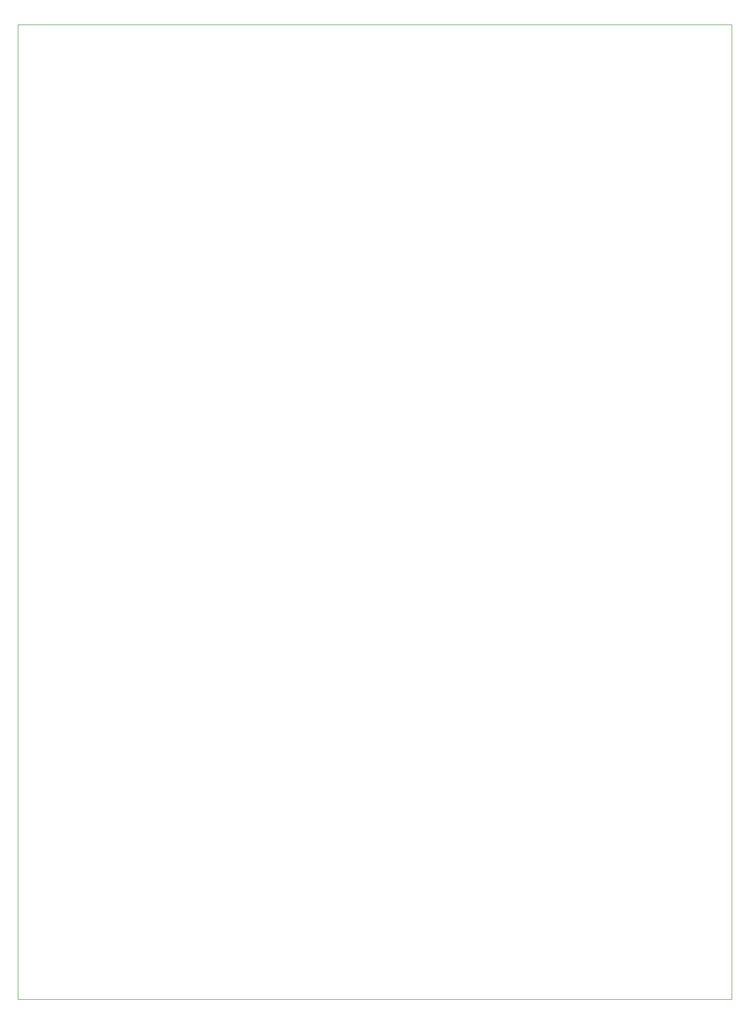
<source format=gm1>
G04 #@! TF.GenerationSoftware,KiCad,Pcbnew,(5.1.5-0-10_14)*
G04 #@! TF.CreationDate,2020-02-22T16:18:41-07:00*
G04 #@! TF.ProjectId,VasulkaTranslocationPCB,56617375-6c6b-4615-9472-616e736c6f63,rev?*
G04 #@! TF.SameCoordinates,Original*
G04 #@! TF.FileFunction,Profile,NP*
%FSLAX46Y46*%
G04 Gerber Fmt 4.6, Leading zero omitted, Abs format (unit mm)*
G04 Created by KiCad (PCBNEW (5.1.5-0-10_14)) date 2020-02-22 16:18:41*
%MOMM*%
%LPD*%
G04 APERTURE LIST*
%ADD10C,0.200000*%
G04 APERTURE END LIST*
D10*
X350520000Y-439420000D02*
X106680000Y-439420000D01*
X350520000Y-106680000D02*
X350520000Y-439420000D01*
X106680000Y-106680000D02*
X350520000Y-106680000D01*
X106680000Y-439420000D02*
X106680000Y-106680000D01*
M02*

</source>
